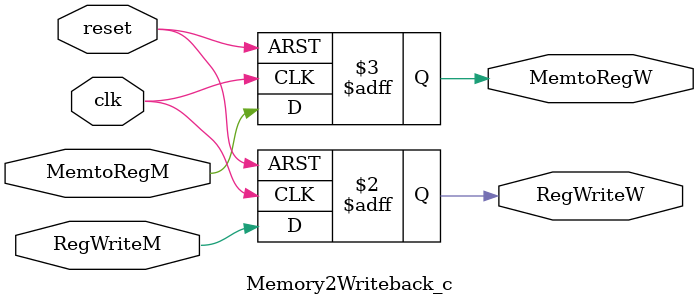
<source format=v>
`timescale 1ns / 1ps
module Memory2Writeback_c(
	// initialize inputs and outputs:
	input wire clk, reset,
	input wire RegWriteM, MemtoRegM,
	
	output reg RegWriteW, MemtoRegW
	);

	// determine outputs:
	always@(posedge clk, posedge reset)
	begin
		if(reset)
		begin
			RegWriteW <= 0;
			MemtoRegW <= 0;
		end
		
		else
		begin
			RegWriteW <= RegWriteM;
			MemtoRegW <= MemtoRegM;
		end
	end

endmodule

</source>
